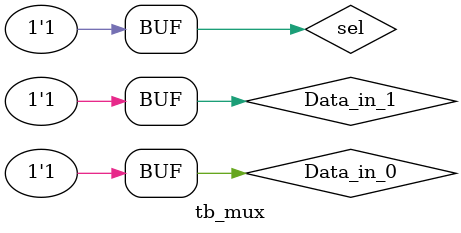
<source format=v>
`timescale 1ns/1ps

module tb_mux;

    // Declaring Inputs
    reg Data_in_0; //we are assigning a value to these inputs. so, they are reg
    reg Data_in_1;
    reg sel;

    // Declaring Outputs
    wire Data_out; //wire is playing the role of not getting assigned any value


 // module mux2 (in0, in1, select, out);

    // Instantiate the design mux2
    mux2 namexyz (Data_in_0, Data_in_1, sel, Data_out);
 

//anything which does not hold a value --> which just passes a value is a wire

//Data_out = 1 --> output is output of the logic circuit

//wire: we do not assign any value to the output
//Data_in_0, Data_in_1, sel: Inputs to the mux module

//Data_in_0 = 1 --> assign some values --> store the value --> reg

//behavioral design
    initial 
    begin
	//for creating vcd waveform file to view in gtkwave
	
	$dumpfile ("mux_out.vcd"); //by default vcd
	$dumpvars(0, tb_mux); //top module

        // Apply Inputs--> Assignment to this signal --> it is holding this value
// has to be reg 
        Data_in_0 = 0;
        Data_in_1 = 0;
        sel = 0;
        // Wait 50 ns
        #50; // --> 50 * 1ns --> 50ns
        
        //Similarly apply Inputs and wait for 10 ns
        Data_in_0 = 0;      Data_in_1 = 0;      sel = 1;      #10; // --> 50 + 10 = 60
        Data_in_0 = 0;      Data_in_1 = 1;      sel = 0;      #10;
        Data_in_0 = 0;      Data_in_1 = 1;      sel = 1;      #10;
        Data_in_0 = 1;      Data_in_1 = 0;      sel = 0;      #50;
        Data_in_0 = 1;      Data_in_1 = 0;      sel = 1;      #10;
        Data_in_0 = 1;      Data_in_1 = 1;      sel = 0;      #10;
        Data_in_0 = 1;      Data_in_1 = 1;      sel = 1;      #10;
    end
      
endmodule //end module for the testbench



//Commands to run the file
//compile using the following command:
// iverilog -o mux_out.out  mux2_testbench.v structural_mux2.v 


//Type in ls :this should show you mux_out.out file

//Run the binary using the following command:
//vvp mux_out.out  Or using  ./mux_out.out

//Alternately you can just use the following command to run iverilog
// iverilog   mux2_testbench.v structural_mux2.v  --> in this case, a.out is created
// Run this using the command ./a.out

//View the file using the following command:
//gtkwave mux_out.vcd


</source>
